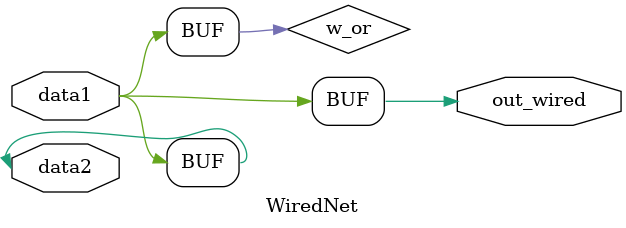
<source format=sv>
/* Generated by Yosys 0.54 (git sha1 db72ec3bd, g++ 12.2.0-14+deb12u1 -fPIC -O3) */

module WiredNet(data1, data2, out_wired);
  input data1;
  wire data1;
  input data2;
  wire data2;
  output out_wired;
  wire out_wired;
  wire w_or;
  assign data2 = data1;
  assign out_wired = data1;
  assign w_or = data1;
endmodule

</source>
